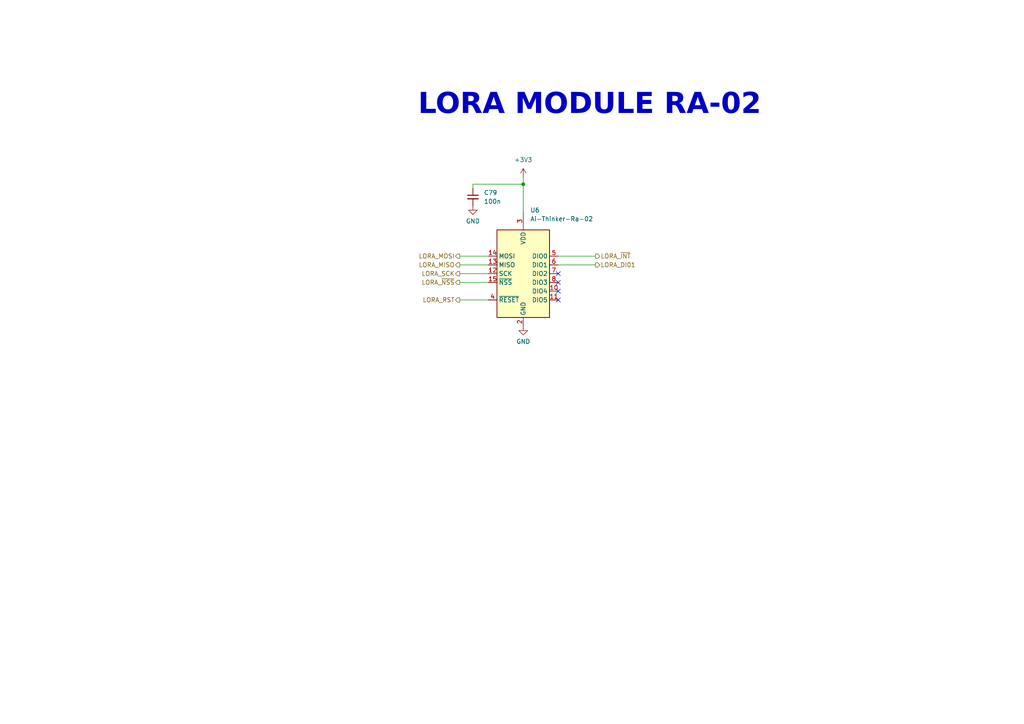
<source format=kicad_sch>
(kicad_sch (version 20230121) (generator eeschema)
  (paper "A4")
  (lib_symbols
    (symbol "Device:C_Small" (pin_numbers hide) (pin_names (offset 0.254) hide)
      (property "Reference" "C" (at 0.254 1.778 0))
      (property "Value" "C_Small" (at 0.254 -2.032 0))
      (symbol "C_Small_0_1"
        (polyline (pts (xy -1.524 -0.508) (xy 1.524 -0.508)) (stroke (width 0.3302)))
        (polyline (pts (xy -1.524 0.508) (xy 1.524 0.508)) (stroke (width 0.3048)))
      )
      (symbol "C_Small_1_1"
        (pin passive line (at 0 2.54 270) (length 2.032) (name "~") (number "1"))
        (pin passive line (at 0 -2.54 90) (length 2.032) (name "~") (number "2"))
      )
    )
    (symbol "RF_Module:Ai-Thinker-Ra-02"
      (property "Reference" "U" (at 2.54 19.05 0))
      (property "Value" "Ai-Thinker-Ra-02" (at 13.97 -15.24 0))
      (symbol "Ai-Thinker-Ra-02_0_1"
        (rectangle (start -7.62 12.7) (end 7.62 -12.7) (stroke (width 0.254)) (fill (type background)))
      )
      (symbol "Ai-Thinker-Ra-02_1_1"
        (pin passive line (at 0 -15.24 90) (length 2.54) hide (name "GND") (number "1"))
        (pin bidirectional line (at 10.16 -5.08 180) (length 2.54) (name "DIO4") (number "10"))
        (pin bidirectional line (at 10.16 -7.62 180) (length 2.54) (name "DIO5") (number "11"))
        (pin input line (at -10.16 0 0) (length 2.54) (name "SCK") (number "12"))
        (pin output line (at -10.16 2.54 0) (length 2.54) (name "MISO") (number "13"))
        (pin input line (at -10.16 5.08 0) (length 2.54) (name "MOSI") (number "14"))
        (pin input line (at -10.16 -2.54 0) (length 2.54) (name "~{NSS}") (number "15"))
        (pin passive line (at 0 -15.24 90) (length 2.54) hide (name "GND") (number "16"))
        (pin power_in line (at 0 -15.24 90) (length 2.54) (name "GND") (number "2"))
        (pin power_in line (at 0 17.78 270) (length 5.08) (name "VDD") (number "3"))
        (pin input line (at -10.16 -7.62 0) (length 2.54) (name "~{RESET}") (number "4"))
        (pin bidirectional line (at 10.16 5.08 180) (length 2.54) (name "DIO0") (number "5"))
        (pin bidirectional line (at 10.16 2.54 180) (length 2.54) (name "DIO1") (number "6"))
        (pin bidirectional line (at 10.16 0 180) (length 2.54) (name "DIO2") (number "7"))
        (pin bidirectional line (at 10.16 -2.54 180) (length 2.54) (name "DIO3") (number "8"))
        (pin passive line (at 0 -15.24 90) (length 2.54) hide (name "GND") (number "9"))
      )
    )
    (symbol "power:+3V3" (power) (pin_names (offset 0))
      (property "Value" "+3V3" (at 0 3.556 0))
      (symbol "+3V3_0_1"
        (polyline (pts (xy -0.762 1.27) (xy 0 2.54)))
        (polyline (pts (xy 0 0) (xy 0 2.54)))
        (polyline (pts (xy 0 2.54) (xy 0.762 1.27)))
      )
      (symbol "+3V3_1_1"
        (pin power_in line (at 0 0 90) (length 0) hide (name "+3V3") (number "1"))
      )
    )
    (symbol "power:GND" (power) (pin_names (offset 0))
      (property "Value" "GND" (at 0 -3.81 0))
      (symbol "GND_0_1"
        (polyline (pts (xy 0 0) (xy 0 -1.27) (xy 1.27 -1.27) (xy 0 -2.54) (xy -1.27 -1.27) (xy 0 -1.27)))
      )
      (symbol "GND_1_1"
        (pin power_in line (at 0 0 270) (length 0) hide (name "GND") (number "1"))
      )
    )
  )
  (junction (at 151.765 53.4237))
  (no_connect (at 161.925 79.375))
  (no_connect (at 161.925 84.455))
  (no_connect (at 161.925 86.995))
  (no_connect (at 161.925 81.915))
  (wire (pts (xy 137.16 54.61) (xy 137.16 53.4237)))
  (wire (pts (xy 151.765 53.4237) (xy 151.765 61.595)))
  (wire (pts (xy 133.35 76.835) (xy 141.605 76.835)))
  (wire (pts (xy 161.925 76.835) (xy 172.72 76.835)))
  (wire (pts (xy 133.35 74.295) (xy 141.605 74.295)))
  (wire (pts (xy 133.35 81.915) (xy 141.605 81.915)))
  (wire (pts (xy 133.35 86.995) (xy 141.605 86.995)))
  (wire (pts (xy 161.925 74.295) (xy 172.72 74.295)))
  (wire (pts (xy 151.765 51.435) (xy 151.765 53.4237)))
  (wire (pts (xy 137.16 53.4237) (xy 151.765 53.4237)))
  (wire (pts (xy 133.35 79.375) (xy 141.605 79.375)))
  (text "LORA MODULE RA-02" (at 121.285 35.56 0) (effects (font (size 6 6) bold) (justify left bottom)))
  (hierarchical_label "LORA_DI01" (shape output) (at 172.72 76.835 0))
  (hierarchical_label "LORA_MOSI" (shape output) (at 133.35 74.295 180))
  (hierarchical_label "LORA_~{INT}" (shape output) (at 172.72 74.295 0))
  (hierarchical_label "LORA_MISO" (shape output) (at 133.35 76.835 180))
  (hierarchical_label "LORA_RST" (shape output) (at 133.35 86.995 180))
  (hierarchical_label "LORA_SCK" (shape output) (at 133.35 79.375 180))
  (hierarchical_label "LORA_~{NSS}" (shape output) (at 133.35 81.915 180))
  (symbol (lib_id "Device:C_Small") (at 137.16 57.15 0) (unit 1)
    (property "Reference" "C79" (at 140.335 55.8862 0) (effects (justify left)))
    (property "Value" "100n" (at 140.335 58.4262 0) (effects (justify left)))
    (property "Footprint" "Capacitor_SMD:C_0402_1005Metric" (effects hide))
  )
  (symbol (lib_id "power:GND") (at 137.16 59.69 0) (unit 1)
    (property "Reference" "#PWR0153" (effects hide))
    (property "Value" "GND" (at 137.16 64.135 0))
  )
  (symbol (lib_id "power:+3V3") (at 151.765 51.435 0) (mirror y) (unit 1)
    (property "Reference" "#PWR0149" (effects hide))
    (property "Value" "+3V3" (at 151.765 46.355 0))
    (instances (project "RpiPico_Agriboard" (path "" (reference "#PWR0149") (unit 1)) (path "" (reference "#PWR017") (unit 1))))
  )
  (symbol (lib_id "RF_Module:Ai-Thinker-Ra-02") (at 151.765 79.375 0) (unit 1)
    (property "Reference" "U6" (at 153.7844 60.96 0) (effects (justify left)))
    (property "Value" "Ai-Thinker-Ra-02" (at 153.7844 63.5 0) (effects (justify left)))
    (property "Footprint" "RF_Module:Ai-Thinker-Ra-01-LoRa" (effects hide))
    (property "Datasheet" "http://wiki.ai-thinker.com/_media/lora/docs/c048ps01a1_ra-02_product_specification_v1.1.pdf" (effects hide))
  )
  (symbol (lib_id "power:GND") (at 151.765 94.615 0) (unit 1)
    (property "Reference" "#PWR0122" (effects hide))
    (property "Value" "GND" (at 151.765 99.06 0))
  )
)
</source>
